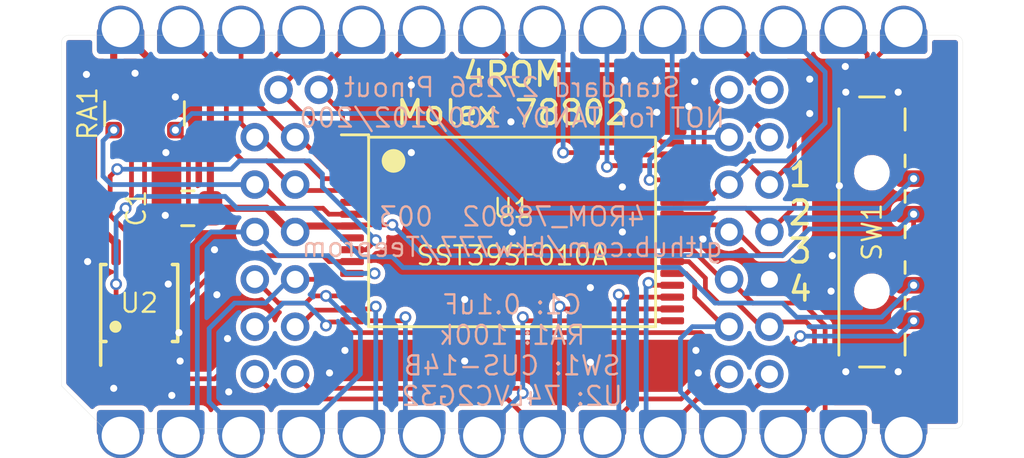
<source format=kicad_pcb>
(kicad_pcb (version 20221018) (generator pcbnew)
  (title_block (title "4ROM_78802") (date "2023-02-13") (rev "003") (company "Brian White - b.kenyon.w@gmail.com") (comment 1 "CC-BY-SA") (comment 2 "github.com/bkw777/Teeprom") (comment 3 "4-bank ROM for Molex 78805 socket with standard mask rom JEDEC pinout"))
  (layers (0 "F.Cu" signal "Top") (31 "B.Cu" signal "Bottom") (34 "B.Paste" user) (35 "F.Paste" user) (36 "B.SilkS" user "B.Silkscreen") (37 "F.SilkS" user "F.Silkscreen") (38 "B.Mask" user) (39 "F.Mask" user) (44 "Edge.Cuts" user))
  (net 0 "")
  (net 1 "/D3")
  (net 2 "/A10")
  (net 3 "/D4")
  (net 4 "/A7")
  (net 5 "/D5")
  (net 6 "/A6")
  (net 7 "/D6")
  (net 8 "/A5")
  (net 9 "/D7")
  (net 10 "/A4")
  (net 11 "/A11")
  (net 12 "/A3")
  (net 13 "/~{OE}")
  (net 14 "/A2")
  (net 15 "/A13")
  (net 16 "/A1")
  (net 17 "/A0")
  (net 18 "/A12")
  (net 19 "/D0")
  (net 20 "/A9")
  (net 21 "/D1")
  (net 22 "/A8")
  (net 23 "/D2")
  (net 24 "/~{CE}")
  (net 25 "/A14")
  (net 26 "/~{WE}")
  (net 27 "VCC")
  (net 28 "GND")
  (net 29 "/A15")
  (net 30 "/A16")
  (net 33 "Net-(RA1-Pad2)")
  (net 34 "Net-(RA1-Pad3)")
  (net 35 "Net-(RA1-Pad4)")
  (footprint "000_LOCAL:4ROM_prog_female" (layer "F.Cu") (at 147.2184 99.187)
    (fp_text reference "J2" hide)
    (fp_text value "4ROM_prog")
  )
  (footprint "000_LOCAL:Molex78802_PCB_28" (layer "F.Cu") (at 147.2184 99.187 90)
    (fp_text reference "J1" hide)
    (fp_text value "32Kx8_mask_rom_socket" hide)
    (fp_line (start -8.3 18.7) (end -8.3 -17.2) (stroke (width 0.01)) (layer "Edge.Cuts"))
    (fp_line (start -8 19) (end 8 19) (stroke (width 0.01)) (layer "Edge.Cuts"))
    (fp_line (start -6.5 -19) (end -8.3 -17.2) (stroke (width 0.01)) (layer "Edge.Cuts"))
    (fp_line (start 8 -19) (end -6.5 -19) (stroke (width 0.01)) (layer "Edge.Cuts"))
    (fp_line (start 8.3 18.7) (end 8.3 -18.7) (stroke (width 0.01)) (layer "Edge.Cuts"))
    (fp_arc (start -8 19) (mid -8.212132 18.912132) (end -8.3 18.7) (stroke (width 0.01)) (layer "Edge.Cuts"))
    (fp_arc (start 8 -19) (mid 8.212132 -18.912132) (end 8.3 -18.7) (stroke (width 0.01)) (layer "Edge.Cuts"))
    (fp_arc (start 8.3 18.7) (mid 8.212132 18.912132) (end 8 19) (stroke (width 0.01)) (layer "Edge.Cuts"))
  )
  (footprint "000_LOCAL:TSOP32-14mm" (layer "F.Cu") (at 147.2184 99.187)
    (fp_text reference "U1")
    (fp_text value "SST39SF010A")
  )
  (footprint "000_LOCAL:C_0805" (layer "F.Cu") (at 133.5434 98.187 180)
    (fp_text reference "C1")
    (fp_text value "0.1uF" hide)
  )
  (footprint "000_LOCAL:R_Array_Convex_4x0612" (layer "F.Cu") (at 131.7184 94.187 90)
    (fp_text reference "RA1")
    (fp_text value "100k" hide)
  )
  (footprint "000_LOCAL:TSSOP-8_3x3mm_P0.65mm" (layer "F.Cu") (at 131.4934 102.187 90)
    (fp_text reference "U2")
    (fp_text value "74LVC2G32")
  )
  (footprint "000_LOCAL:SW_SP4T_CUS-14B" (layer "F.Cu") (at 162.7184 99.187 -90)
    (fp_text reference "SW1")
    (fp_text value "CUS-14B")
  )
  (gr_text "C1: ${18566254-d4e8-4838-8ba4-1761ac28b418:VALUE}\nRA1: ${45921950-dbad-479f-8c52-24b5beff2496:VALUE}\nSW1: ${bfcf9d0a-e802-4656-a538-02cffbbf5627:VALUE}\nU2: ${7144d72e-1771-4838-ac20-700cd6c12f44:VALUE}" (at 147.2184 104.187) (layer "B.SilkS") (effects (font (size 0.8 0.8) (thickness 0.1)) (justify mirror)))
  (gr_text "${TITLE}  ${REVISION}\n${COMMENT2}" (at 147.2184 99.187) (layer "B.SilkS") (effects (font (size 0.8 0.8) (thickness 0.1)) (justify mirror)))
  (gr_text "Standard 27256 Pinout\nNOT for TANDY 100/102/200\n" (at 147.2184 93.726) (layer "B.SilkS") (effects (font (size 0.8 0.8) (thickness 0.1)) (justify mirror)))
  (gr_text "4ROM\nMolex 78802" (at 147.2184 93.345) (layer "F.SilkS") (effects (font (size 1 1))))
  (gr_text "1\n2\n3\n4" (at 159.3684 99.187) (layer "F.SilkS") (effects (font (size 1 1))))
  (segment (start 156.3684 99.187) (end 156.0684 98.887) (width 0.2) (layer "F.Cu") (net 1))
  (segment (start 158.6684 100.137) (end 157.6684 100.137) (width 0.2) (layer "F.Cu") (net 1))
  (segment (start 162.5934 94.187) (end 159.5684 97.212) (width 0.2) (layer "F.Cu") (net 1))
  (segment (start 157.6684 100.137) (end 156.7184 99.187) (width 0.2) (layer "F.Cu") (net 1))
  (segment (start 163.2829 91.1225) (end 162.5934 91.812) (width 0.2) (layer "F.Cu") (net 1))
  (segment (start 159.5684 99.237) (end 158.6684 100.137) (width 0.2) (layer "F.Cu") (net 1))
  (segment (start 154.0184 98.887) (end 153.9684 98.937) (width 0.2) (layer "F.Cu") (net 1))
  (segment (start 156.7184 99.187) (end 156.3684 99.187) (width 0.2) (layer "F.Cu") (net 1))
  (segment (start 159.5684 97.212) (end 159.5684 99.237) (width 0.2) (layer "F.Cu") (net 1))
  (segment (start 163.7284 91.1225) (end 163.2829 91.1225) (width 0.2) (layer "F.Cu") (net 1))
  (segment (start 156.0684 98.887) (end 154.0184 98.887) (width 0.2) (layer "F.Cu") (net 1))
  (segment (start 162.5934 91.812) (end 162.5934 94.187) (width 0.2) (layer "F.Cu") (net 1))
  (segment (start 154.8684 95.737) (end 154.8684 94.687) (width 0.2) (layer "F.Cu") (net 2))
  (segment (start 154.6684 95.937) (end 154.8684 95.737) (width 0.2) (layer "F.Cu") (net 2))
  (segment (start 151.8684 95.937) (end 153.9684 95.937) (width 0.2) (layer "F.Cu") (net 2))
  (segment (start 154.8684 94.687) (end 156.3684 93.187) (width 0.2) (layer "F.Cu") (net 2))
  (segment (start 151.7684 95.837) (end 151.8684 95.937) (width 0.2) (layer "F.Cu") (net 2))
  (segment (start 153.9684 95.937) (end 154.6684 95.937) (width 0.2) (layer "F.Cu") (net 2))
  (segment (start 149.3684 95.837) (end 151.7684 95.837) (width 0.2) (layer "F.Cu") (net 2))
  (via (at 149.3684 95.837) (size 0.5) (drill 0.3) (layers "F.Cu" "B.Cu") (net 2))
  (segment (start 149.3684 91.1225) (end 148.4884 91.1225) (width 0.2) (layer "B.Cu") (net 2))
  (segment (start 149.3684 95.837) (end 149.3684 91.1225) (width 0.2) (layer "B.Cu") (net 2))
  (segment (start 159.1184 98.137) (end 158.0684 99.187) (width 0.2) (layer "F.Cu") (net 3))
  (segment (start 157.0684 98.187) (end 155.8684 98.187) (width 0.2) (layer "F.Cu") (net 3))
  (segment (start 161.6289 91.1225) (end 162.1934 91.687) (width 0.2) (layer "F.Cu") (net 3))
  (segment (start 161.1884 91.1225) (end 161.6289 91.1225) (width 0.2) (layer "F.Cu") (net 3))
  (segment (start 159.1184 97.037) (end 159.1184 98.137) (width 0.2) (layer "F.Cu") (net 3))
  (segment (start 161.1884 90.5868) (end 161.1884 91.1225) (width 0.2) (layer "F.Cu") (net 3))
  (segment (start 155.8684 98.187) (end 155.6184 98.437) (width 0.2) (layer "F.Cu") (net 3))
  (segment (start 158.0684 99.187) (end 157.0684 98.187) (width 0.2) (layer "F.Cu") (net 3))
  (segment (start 155.6184 98.437) (end 153.9684 98.437) (width 0.2) (layer "F.Cu") (net 3))
  (segment (start 162.1934 93.962) (end 159.1184 97.037) (width 0.2) (layer "F.Cu") (net 3))
  (segment (start 162.1934 91.687) (end 162.1934 93.962) (width 0.2) (layer "F.Cu") (net 3))
  (segment (start 139.5684 101.187) (end 138.3684 101.187) (width 0.2) (layer "F.Cu") (net 4))
  (segment (start 139.7684 101.387) (end 139.5684 101.187) (width 0.2) (layer "F.Cu") (net 4))
  (segment (start 140.4684 101.437) (end 140.4184 101.387) (width 0.2) (layer "F.Cu") (net 4))
  (segment (start 140.4184 101.387) (end 139.7684 101.387) (width 0.2) (layer "F.Cu") (net 4))
  (segment (start 136.8184 102.187) (end 137.8184 101.187) (width 0.2) (layer "B.Cu") (net 4))
  (segment (start 135.3329 107.2515) (end 134.4434 106.362) (width 0.2) (layer "B.Cu") (net 4))
  (segment (start 134.4434 103.262) (end 135.5184 102.187) (width 0.2) (layer "B.Cu") (net 4))
  (segment (start 134.4434 106.362) (end 134.4434 103.262) (width 0.2) (layer "B.Cu") (net 4))
  (segment (start 135.5184 102.187) (end 136.8184 102.187) (width 0.2) (layer "B.Cu") (net 4))
  (segment (start 135.7884 107.2515) (end 135.3329 107.2515) (width 0.2) (layer "B.Cu") (net 4))
  (segment (start 137.8184 101.187) (end 138.0684 101.187) (width 0.2) (layer "B.Cu") (net 4))
  (segment (start 156.3684 97.187) (end 156.1184 97.187) (width 0.2) (layer "F.Cu") (net 5))
  (segment (start 156.1184 97.187) (end 155.3184 97.987) (width 0.2) (layer "F.Cu") (net 5))
  (segment (start 154.0184 97.987) (end 153.9684 97.937) (width 0.2) (layer "F.Cu") (net 5))
  (segment (start 155.3184 97.987) (end 154.0184 97.987) (width 0.2) (layer "F.Cu") (net 5))
  (segment (start 160.4184 92.437) (end 159.1039 91.1225) (width 0.2) (layer "B.Cu") (net 5))
  (segment (start 159.1039 91.1225) (end 158.6484 91.1225) (width 0.2) (layer "B.Cu") (net 5))
  (segment (start 160.4184 94.587) (end 160.4184 92.437) (width 0.2) (layer "B.Cu") (net 5))
  (segment (start 156.3684 97.187) (end 157.3684 96.187) (width 0.2) (layer "B.Cu") (net 5))
  (segment (start 158.8184 96.187) (end 160.4184 94.587) (width 0.2) (layer "B.Cu") (net 5))
  (segment (start 157.3684 96.187) (end 158.8184 96.187) (width 0.2) (layer "B.Cu") (net 5))
  (segment (start 139.3684 101.887) (end 138.8184 101.887) (width 0.2) (layer "F.Cu") (net 6))
  (segment (start 138.5184 102.187) (end 137.3684 102.187) (width 0.2) (layer "F.Cu") (net 6))
  (segment (start 137.3684 102.187) (end 136.3684 101.187) (width 0.2) (layer "F.Cu") (net 6))
  (segment (start 140.4184 101.887) (end 140.4684 101.937) (width 0.2) (layer "F.Cu") (net 6))
  (segment (start 139.3684 101.887) (end 140.4184 101.887) (width 0.2) (layer "F.Cu") (net 6))
  (segment (start 138.8184 101.887) (end 138.5184 102.187) (width 0.2) (layer "F.Cu") (net 6))
  (via (at 139.3684 101.887) (size 0.5) (drill 0.3) (layers "F.Cu" "B.Cu") (net 6))
  (segment (start 140.8184 103.337) (end 140.8184 105.187) (width 0.2) (layer "B.Cu") (net 6))
  (segment (start 140.8184 105.187) (end 138.7539 107.2515) (width 0.2) (layer "B.Cu") (net 6))
  (segment (start 139.3684 101.887) (end 140.8184 103.337) (width 0.2) (layer "B.Cu") (net 6))
  (segment (start 138.7539 107.2515) (end 138.3284 107.2515) (width 0.2) (layer "B.Cu") (net 6))
  (segment (start 157.5684 92.137) (end 158.4684 92.137) (width 0.2) (layer "F.Cu") (net 7))
  (segment (start 159.1184 96.137) (end 158.0684 97.187) (width 0.2) (layer "F.Cu") (net 7))
  (segment (start 159.1184 92.787) (end 159.1184 96.137) (width 0.2) (layer "F.Cu") (net 7))
  (segment (start 158.0684 97.187) (end 157.0684 96.187) (width 0.2) (layer "F.Cu") (net 7))
  (segment (start 154.6684 97.437) (end 153.9684 97.437) (width 0.2) (layer "F.Cu") (net 7))
  (segment (start 158.4684 92.137) (end 159.1184 92.787) (width 0.2) (layer "F.Cu") (net 7))
  (segment (start 155.9184 96.187) (end 154.6684 97.437) (width 0.2) (layer "F.Cu") (net 7))
  (segment (start 156.1084 91.1225) (end 156.5539 91.1225) (width 0.2) (layer "F.Cu") (net 7))
  (segment (start 156.5539 91.1225) (end 157.5684 92.137) (width 0.2) (layer "F.Cu") (net 7))
  (segment (start 157.0684 96.187) (end 155.9184 96.187) (width 0.2) (layer "F.Cu") (net 7))
  (segment (start 141.3684 102.437) (end 140.4684 102.437) (width 0.2) (layer "F.Cu") (net 8))
  (segment (start 138.9184 102.487) (end 138.2184 103.187) (width 0.2) (layer "F.Cu") (net 8))
  (segment (start 140.4684 102.437) (end 140.4184 102.487) (width 0.2) (layer "F.Cu") (net 8))
  (segment (start 140.4184 102.487) (end 138.9184 102.487) (width 0.2) (layer "F.Cu") (net 8))
  (segment (start 138.2184 103.187) (end 138.0684 103.187) (width 0.2) (layer "F.Cu") (net 8))
  (segment (start 141.4684 102.337) (end 141.3684 102.437) (width 0.2) (layer "F.Cu") (net 8))
  (via (at 141.4684 102.337) (size 0.5) (drill 0.3) (layers "F.Cu" "B.Cu") (net 8))
  (segment (start 141.4684 107.2515) (end 140.8684 107.2515) (width 0.2) (layer "B.Cu") (net 8))
  (segment (start 141.4684 102.337) (end 141.4684 107.2515) (width 0.2) (layer "B.Cu") (net 8))
  (segment (start 153.9184 96.987) (end 153.9684 96.937) (width 0.2) (layer "F.Cu") (net 9))
  (segment (start 153.0184 96.987) (end 153.9184 96.987) (width 0.2) (layer "F.Cu") (net 9))
  (via (at 153.0184 96.987) (size 0.5) (drill 0.3) (layers "F.Cu" "B.Cu") (net 9))
  (segment (start 153.0184 96.137) (end 153.9684 95.187) (width 0.2) (layer "B.Cu") (net 9))
  (segment (start 153.9684 91.1225) (end 153.5684 91.1225) (width 0.2) (layer "B.Cu") (net 9))
  (segment (start 153.9684 95.187) (end 153.9684 91.1225) (width 0.2) (layer "B.Cu") (net 9))
  (segment (start 153.9684 95.187) (end 156.3684 95.187) (width 0.2) (layer "B.Cu") (net 9))
  (segment (start 153.0184 96.987) (end 153.0184 96.137) (width 0.2) (layer "B.Cu") (net 9))
  (segment (start 142.5684 102.937) (end 142.7184 102.787) (width 0.2) (layer "F.Cu") (net 10))
  (segment (start 140.4684 102.937) (end 142.5684 102.937) (width 0.2) (layer "F.Cu") (net 10))
  (segment (start 139.3684 103.137) (end 139.5184 102.987) (width 0.2) (layer "F.Cu") (net 10))
  (segment (start 139.5184 102.987) (end 140.4184 102.987) (width 0.2) (layer "F.Cu") (net 10))
  (segment (start 140.4184 102.987) (end 140.4684 102.937) (width 0.2) (layer "F.Cu") (net 10))
  (via (at 139.3684 103.137) (size 0.5) (drill 0.3) (layers "F.Cu" "B.Cu") (net 10))
  (via (at 142.7184 102.787) (size 0.5) (drill 0.3) (layers "F.Cu" "B.Cu") (net 10))
  (segment (start 139.3684 103.037) (end 138.5184 102.187) (width 0.2) (layer "B.Cu") (net 10))
  (segment (start 142.7184 102.787) (end 142.7184 107.2515) (width 0.2) (layer "B.Cu") (net 10))
  (segment (start 139.3684 103.137) (end 139.3684 103.037) (width 0.2) (layer "B.Cu") (net 10))
  (segment (start 137.5684 102.187) (end 136.5684 103.187) (width 0.2) (layer "B.Cu") (net 10))
  (segment (start 136.5684 103.187) (end 136.3684 103.187) (width 0.2) (layer "B.Cu") (net 10))
  (segment (start 138.5184 102.187) (end 137.5684 102.187) (width 0.2) (layer "B.Cu") (net 10))
  (segment (start 142.7184 107.2515) (end 143.4084 107.2515) (width 0.2) (layer "B.Cu") (net 10))
  (segment (start 140.0684 95.437) (end 140.0684 94.187) (width 0.2) (layer "F.Cu") (net 11))
  (segment (start 142.9829 91.1225) (end 143.4084 91.1225) (width 0.2) (layer "F.Cu") (net 11))
  (segment (start 140.4684 95.437) (end 140.0684 95.437) (width 0.2) (layer "F.Cu") (net 11))
  (segment (start 140.0684 94.187) (end 139.0684 93.187) (width 0.2) (layer "F.Cu") (net 11))
  (segment (start 140.1184 92.137) (end 141.9684 92.137) (width 0.2) (layer "F.Cu") (net 11))
  (segment (start 141.9684 92.137) (end 142.9829 91.1225) (width 0.2) (layer "F.Cu") (net 11))
  (segment (start 139.0684 93.187) (end 140.1184 92.137) (width 0.2) (layer "F.Cu") (net 11))
  (segment (start 147.6684 102.787) (end 147.8184 102.937) (width 0.2) (layer "F.Cu") (net 12))
  (segment (start 147.6684 105.987) (end 147.4684 105.787) (width 0.2) (layer "F.Cu") (net 12))
  (segment (start 147.8184 102.937) (end 153.9684 102.937) (width 0.2) (layer "F.Cu") (net 12))
  (segment (start 147.4684 105.787) (end 138.6684 105.787) (width 0.2) (layer "F.Cu") (net 12))
  (segment (start 138.6684 105.787) (end 138.0684 105.187) (width 0.2) (layer "F.Cu") (net 12))
  (via (at 147.6684 105.987) (size 0.5) (drill 0.3) (layers "F.Cu" "B.Cu") (net 12))
  (via (at 147.6684 102.787) (size 0.5) (drill 0.3) (layers "F.Cu" "B.Cu") (net 12))
  (segment (start 146.4039 107.2515) (end 145.9484 107.2515) (width 0.2) (layer "B.Cu") (net 12))
  (segment (start 147.6684 102.787) (end 147.6684 105.987) (width 0.2) (layer "B.Cu") (net 12))
  (segment (start 147.6684 105.987) (end 146.4039 107.2515) (width 0.2) (layer "B.Cu") (net 12))
  (segment (start 146.377525 91.1225) (end 145.9484 91.1225) (width 0.2) (layer "F.Cu") (net 13))
  (segment (start 152.6684 92.137) (end 152.6684 94.537) (width 0.2) (layer "F.Cu") (net 13))
  (segment (start 156.7434 92.137) (end 147.392025 92.137) (width 0.2) (layer "F.Cu") (net 13))
  (segment (start 147.392025 92.137) (end 146.377525 91.1225) (width 0.2) (layer "F.Cu") (net 13))
  (segment (start 157.7934 93.187) (end 156.7434 92.137) (width 0.2) (layer "F.Cu") (net 13))
  (segment (start 153.5684 95.437) (end 153.9684 95.437) (width 0.2) (layer "F.Cu") (net 13))
  (segment (start 152.6684 94.537) (end 153.5684 95.437) (width 0.2) (layer "F.Cu") (net 13))
  (segment (start 158.0684 93.187) (end 157.7934 93.187) (width 0.2) (layer "F.Cu") (net 13))
  (segment (start 148.0329 107.2515) (end 147.0184 106.237) (width 0.2) (layer "F.Cu") (net 14))
  (segment (start 149.2184 102.337) (end 149.3184 102.437) (width 0.2) (layer "F.Cu") (net 14))
  (segment (start 149.3184 102.437) (end 153.9684 102.437) (width 0.2) (layer "F.Cu") (net 14))
  (segment (start 147.0184 106.237) (end 137.4184 106.237) (width 0.2) (layer "F.Cu") (net 14))
  (segment (start 137.4184 106.237) (end 136.3684 105.187) (width 0.2) (layer "F.Cu") (net 14))
  (segment (start 148.4884 107.2515) (end 148.0329 107.2515) (width 0.2) (layer "F.Cu") (net 14))
  (via (at 149.2184 102.337) (size 0.5) (drill 0.3) (layers "F.Cu" "B.Cu") (net 14))
  (segment (start 149.2184 107.2515) (end 148.4884 107.2515) (width 0.2) (layer "B.Cu") (net 14))
  (segment (start 149.2184 102.337) (end 149.2184 107.2515) (width 0.2) (layer "B.Cu") (net 14))
  (segment (start 136.3684 95.187) (end 135.7884 94.607) (width 0.2) (layer "F.Cu") (net 15))
  (segment (start 135.7884 94.607) (end 135.7884 91.1225) (width 0.2) (layer "F.Cu") (net 15))
  (segment (start 140.4684 96.937) (end 139.2184 96.937) (width 0.2) (layer "F.Cu") (net 15))
  (segment (start 136.6184 95.187) (end 136.3684 95.187) (width 0.2) (layer "F.Cu") (net 15))
  (segment (start 139.2184 96.937) (end 138.4684 96.187) (width 0.2) (layer "F.Cu") (net 15))
  (segment (start 137.6184 96.187) (end 136.6184 95.187) (width 0.2) (layer "F.Cu") (net 15))
  (segment (start 138.4684 96.187) (end 137.6184 96.187) (width 0.2) (layer "F.Cu") (net 15))
  (segment (start 154.7934 105.787) (end 155.7684 105.787) (width 0.2) (layer "F.Cu") (net 16))
  (segment (start 151.7184 101.837) (end 151.8184 101.937) (width 0.2) (layer "F.Cu") (net 16))
  (segment (start 151.0284 107.2515) (end 151.4539 107.2515) (width 0.2) (layer "F.Cu") (net 16))
  (segment (start 151.8184 101.937) (end 153.9684 101.937) (width 0.2) (layer "F.Cu") (net 16))
  (segment (start 151.4539 107.2515) (end 152.4684 106.237) (width 0.2) (layer "F.Cu") (net 16))
  (segment (start 155.7684 105.787) (end 156.3684 105.187) (width 0.2) (layer "F.Cu") (net 16))
  (segment (start 154.3434 106.237) (end 154.7934 105.787) (width 0.2) (layer "F.Cu") (net 16))
  (segment (start 152.4684 106.237) (end 154.3434 106.237) (width 0.2) (layer "F.Cu") (net 16))
  (via (at 151.7184 101.837) (size 0.5) (drill 0.3) (layers "F.Cu" "B.Cu") (net 16))
  (segment (start 151.7184 107.2515) (end 151.0284 107.2515) (width 0.2) (layer "B.Cu") (net 16))
  (segment (start 151.7184 101.837) (end 151.7184 107.2515) (width 0.2) (layer "B.Cu") (net 16))
  (segment (start 157.0184 106.237) (end 158.0684 105.187) (width 0.2) (layer "F.Cu") (net 17))
  (segment (start 152.9684 101.337) (end 153.0684 101.437) (width 0.2) (layer "F.Cu") (net 17))
  (segment (start 155.0184 106.237) (end 157.0184 106.237) (width 0.2) (layer "F.Cu") (net 17))
  (segment (start 153.0684 101.437) (end 153.9684 101.437) (width 0.2) (layer "F.Cu") (net 17))
  (segment (start 154.0039 107.2515) (end 155.0184 106.237) (width 0.2) (layer "F.Cu") (net 17))
  (segment (start 153.5684 107.2515) (end 154.0039 107.2515) (width 0.2) (layer "F.Cu") (net 17))
  (via (at 152.9684 101.337) (size 0.5) (drill 0.3) (layers "F.Cu" "B.Cu") (net 17))
  (segment (start 152.8684 107.2515) (end 153.5684 107.2515) (width 0.2) (layer "B.Cu") (net 17))
  (segment (start 152.9684 101.337) (end 152.8684 101.437) (width 0.2) (layer "B.Cu") (net 17))
  (segment (start 152.8684 101.437) (end 152.8684 107.2515) (width 0.2) (layer "B.Cu") (net 17))
  (segment (start 140.4684 100.937) (end 141.4184 100.937) (width 0.2) (layer "F.Cu") (net 18))
  (via (at 141.4184 100.937) (size 0.5) (drill 0.3) (layers "F.Cu" "B.Cu") (net 18))
  (segment (start 136.3684 99.187) (end 137.3684 100.187) (width 0.2) (layer "B.Cu") (net 18))
  (segment (start 133.2484 107.2515) (end 133.9434 107.2515) (width 0.2) (layer "B.Cu") (net 18))
  (segment (start 133.9434 107.2515) (end 133.9434 99.762) (width 0.2) (layer "B.Cu") (net 18))
  (segment (start 137.3684 100.187) (end 139.4684 100.187) (width 0.2) (layer "B.Cu") (net 18))
  (segment (start 133.9434 99.762) (end 134.5184 99.187) (width 0.2) (layer "B.Cu") (net 18))
  (segment (start 139.4684 100.187) (end 140.2184 100.937) (width 0.2) (layer "B.Cu") (net 18))
  (segment (start 140.2184 100.937) (end 141.4184 100.937) (width 0.2) (layer "B.Cu") (net 18))
  (segment (start 134.5184 99.187) (end 136.3684 99.187) (width 0.2) (layer "B.Cu") (net 18))
  (segment (start 154.9184 101.937) (end 154.9184 101.312) (width 0.2) (layer "F.Cu") (net 19))
  (segment (start 154.5434 100.937) (end 153.9684 100.937) (width 0.2) (layer "F.Cu") (net 19))
  (segment (start 154.9184 101.312) (end 154.5434 100.937) (width 0.2) (layer "F.Cu") (net 19))
  (segment (start 156.3684 103.187) (end 156.1684 103.187) (width 0.2) (layer "F.Cu") (net 19))
  (segment (start 156.1684 103.187) (end 154.9184 101.937) (width 0.2) (layer "F.Cu") (net 19))
  (segment (start 156.3184 103.187) (end 154.8184 103.187) (width 0.2) (layer "B.Cu") (net 19))
  (segment (start 155.2184 107.2515) (end 156.1084 107.2515) (width 0.2) (layer "B.Cu") (net 19))
  (segment (start 154.8184 103.187) (end 154.3184 103.687) (width 0.2) (layer "B.Cu") (net 19))
  (segment (start 154.3184 105.937) (end 155.2184 106.837) (width 0.2) (layer "B.Cu") (net 19))
  (segment (start 155.2184 106.837) (end 155.2184 107.2515) (width 0.2) (layer "B.Cu") (net 19))
  (segment (start 154.3184 103.687) (end 154.3184 105.937) (width 0.2) (layer "B.Cu") (net 19))
  (segment (start 140.4684 95.937) (end 139.7184 95.937) (width 0.2) (layer "F.Cu") (net 20))
  (segment (start 137.3684 93.187) (end 138.4184 92.137) (width 0.2) (layer "F.Cu") (net 20))
  (segment (start 140.4329 91.1225) (end 140.8684 91.1225) (width 0.2) (layer "F.Cu") (net 20))
  (segment (start 138.4184 92.137) (end 139.4184 92.137) (width 0.2) (layer "F.Cu") (net 20))
  (segment (start 139.2684 95.487) (end 139.2684 94.887) (width 0.2) (layer "F.Cu") (net 20))
  (segment (start 138.3684 94.187) (end 137.3684 93.187) (width 0.2) (layer "F.Cu") (net 20))
  (segment (start 139.7184 95.937) (end 139.2684 95.487) (width 0.2) (layer "F.Cu") (net 20))
  (segment (start 139.4184 92.137) (end 140.4329 91.1225) (width 0.2) (layer "F.Cu") (net 20))
  (segment (start 138.5684 94.187) (end 138.3684 94.187) (width 0.2) (layer "F.Cu") (net 20))
  (segment (start 139.2684 94.887) (end 138.5684 94.187) (width 0.2) (layer "F.Cu") (net 20))
  (segment (start 156.7184 102.187) (end 157.7184 103.187) (width 0.2) (layer "F.Cu") (net 21))
  (segment (start 153.9684 100.437) (end 154.6684 100.437) (width 0.2) (layer "F.Cu") (net 21))
  (segment (start 159.6184 102.987) (end 159.9684 103.337) (width 0.2) (layer "F.Cu") (net 21))
  (segment (start 155.3684 101.137) (end 155.3684 101.637) (width 0.2) (layer "F.Cu") (net 21))
  (segment (start 157.7184 103.187) (end 158.0684 103.187) (width 0.2) (layer "F.Cu") (net 21))
  (segment (start 159.9684 103.337) (end 159.9684 106.387) (width 0.2) (layer "F.Cu") (net 21))
  (segment (start 159.1039 107.2515) (end 158.6484 107.2515) (width 0.2) (layer "F.Cu") (net 21))
  (segment (start 158.0684 103.187) (end 158.2684 102.987) (width 0.2) (layer "F.Cu") (net 21))
  (segment (start 154.6684 100.437) (end 155.3684 101.137) (width 0.2) (layer "F.Cu") (net 21))
  (segment (start 158.2684 102.987) (end 159.6184 102.987) (width 0.2) (layer "F.Cu") (net 21))
  (segment (start 159.9684 106.387) (end 159.1039 107.2515) (width 0.2) (layer "F.Cu") (net 21))
  (segment (start 155.9184 102.187) (end 156.7184 102.187) (width 0.2) (layer "F.Cu") (net 21))
  (segment (start 155.3684 101.637) (end 155.9184 102.187) (width 0.2) (layer "F.Cu") (net 21))
  (segment (start 136.3684 92.637) (end 137.8829 91.1225) (width 0.2) (layer "F.Cu") (net 22))
  (segment (start 138.2184 95.187) (end 138.0684 95.187) (width 0.2) (layer "F.Cu") (net 22))
  (segment (start 137.8829 91.1225) (end 138.3284 91.1225) (width 0.2) (layer "F.Cu") (net 22))
  (segment (start 140.4684 96.437) (end 139.4684 96.437) (width 0.2) (layer "F.Cu") (net 22))
  (segment (start 137.8934 95.187) (end 136.3684 93.662) (width 0.2) (layer "F.Cu") (net 22))
  (segment (start 136.3684 93.662) (end 136.3684 92.637) (width 0.2) (layer "F.Cu") (net 22))
  (segment (start 138.0684 95.187) (end 137.8934 95.187) (width 0.2) (layer "F.Cu") (net 22))
  (segment (start 139.4684 96.437) (end 138.2184 95.187) (width 0.2) (layer "F.Cu") (net 22))
  (segment (start 159.4684 102.187) (end 160.4184 103.137) (width 0.2) (layer "F.Cu") (net 23))
  (segment (start 157.3684 102.187) (end 159.4684 102.187) (width 0.2) (layer "F.Cu") (net 23))
  (segment (start 153.9684 99.937) (end 154.8184 99.937) (width 0.2) (layer "F.Cu") (net 23))
  (segment (start 156.3684 101.187) (end 157.3684 102.187) (width 0.2) (layer "F.Cu") (net 23))
  (segment (start 154.8184 99.937) (end 156.0684 101.187) (width 0.2) (layer "F.Cu") (net 23))
  (segment (start 160.4184 103.137) (end 160.4184 107.2515) (width 0.2) (layer "F.Cu") (net 23))
  (segment (start 160.4184 107.2515) (end 161.1884 107.2515) (width 0.2) (layer "F.Cu") (net 23))
  (segment (start 156.0684 101.187) (end 156.3684 101.187) (width 0.2) (layer "F.Cu") (net 23))
  (segment (start 151.2184 96.437) (end 151.2684 96.387) (width 0.2) (layer "F.Cu") (net 24))
  (segment (start 153.9684 96.437) (end 154.9184 96.437) (width 0.2) (layer "F.Cu") (net 24))
  (segment (start 156.0184 94.187) (end 157.0684 94.187) (width 0.2) (layer "F.Cu") (net 24))
  (segment (start 153.9184 96.387) (end 153.9684 96.437) (width 0.2) (layer "F.Cu") (net 24))
  (segment (start 155.3184 94.887) (end 156.0184 94.187) (width 0.2) (layer "F.Cu") (net 24))
  (segment (start 151.2684 96.387) (end 153.9184 96.387) (width 0.2) (layer "F.Cu") (net 24))
  (segment (start 154.9184 96.437) (end 155.3184 96.037) (width 0.2) (layer "F.Cu") (net 24))
  (segment (start 155.3184 96.037) (end 155.3184 94.887) (width 0.2) (layer "F.Cu") (net 24))
  (segment (start 157.0684 94.187) (end 158.0684 95.187) (width 0.2) (layer "F.Cu") (net 24))
  (via (at 151.2184 96.437) (size 0.5) (drill 0.3) (layers "F.Cu" "B.Cu") (net 24))
  (segment (start 151.2184 91.3125) (end 151.0284 91.1225) (width 0.2) (layer "B.Cu") (net 24))
  (segment (start 151.2184 96.437) (end 151.2184 91.3125) (width 0.2) (layer "B.Cu") (net 24))
  (segment (start 137.8684 97.187) (end 136.8684 96.187) (width 0.2) (layer "F.Cu") (net 25))
  (segment (start 135.1684 92.587) (end 133.7039 91.1225) (width 0.2) (layer "F.Cu") (net 25))
  (segment (start 133.7039 91.1225) (end 133.2484 91.1225) (width 0.2) (layer "F.Cu") (net 25))
  (segment (start 135.1684 95.487) (end 135.1684 92.587) (width 0.2) (layer "F.Cu") (net 25))
  (segment (start 138.3184 97.437) (end 138.0684 97.187) (width 0.2) (layer "F.Cu") (net 25))
  (segment (start 140.4684 97.437) (end 138.3184 97.437) (width 0.2) (layer "F.Cu") (net 25))
  (segment (start 135.8684 96.187) (end 135.1684 95.487) (width 0.2) (layer "F.Cu") (net 25))
  (segment (start 136.8684 96.187) (end 135.8684 96.187) (width 0.2) (layer "F.Cu") (net 25))
  (segment (start 138.0684 97.187) (end 137.8684 97.187) (width 0.2) (layer "F.Cu") (net 25))
  (segment (start 137.6684 98.187) (end 136.6684 97.187) (width 0.2) (layer "F.Cu") (net 26))
  (segment (start 139.2434 98.187) (end 137.6684 98.187) (width 0.2) (layer "F.Cu") (net 26))
  (segment (start 140.4684 98.437) (end 139.4934 98.437) (width 0.2) (layer "F.Cu") (net 26))
  (segment (start 136.6684 97.187) (end 136.3684 97.187) (width 0.2) (layer "F.Cu") (net 26))
  (segment (start 139.4934 98.437) (end 139.2434 98.187) (width 0.2) (layer "F.Cu") (net 26))
  (via (at 130.4184 94.887) (size 0.5) (drill 0.3) (layers "F.Cu" "B.Cu") (net 26))
  (segment (start 129.9684 96.837) (end 130.3184 97.187) (width 0.2) (layer "B.Cu") (net 26))
  (segment (start 129.9684 95.337) (end 129.9684 96.837) (width 0.2) (layer "B.Cu") (net 26))
  (segment (start 130.4184 94.887) (end 129.9684 95.337) (width 0.2) (layer "B.Cu") (net 26))
  (segment (start 130.3184 97.187) (end 136.0684 97.187) (width 0.2) (layer "B.Cu") (net 26))
  (segment (start 131.1539 91.1225) (end 132.1684 92.137) (width 0.3) (layer "F.Cu") (net 27))
  (segment (start 130.4184 93.487) (end 130.4184 91.4125) (width 0.3) (layer "F.Cu") (net 27))
  (segment (start 130.5184 99.687) (end 129.5684 98.737) (width 0.3) (layer "F.Cu") (net 27))
  (segment (start 132.1684 92.137) (end 133.8184 92.137) (width 0.3) (layer "F.Cu") (net 27))
  (segment (start 140.4684 98.937) (end 138.3184 98.937) (width 0.3) (layer "F.Cu") (net 27))
  (segment (start 130.4184 91.4125) (end 130.7084 91.1225) (width 0.3) (layer "F.Cu") (net 27))
  (segment (start 138.3184 98.937) (end 138.0684 99.187) (width 0.3) (layer "F.Cu") (net 27))
  (segment (start 142.1684 98.887) (end 140.5184 98.887) (width 0.2) (layer "F.Cu") (net 27))
  (segment (start 140.5184 98.887) (end 140.4684 98.937) (width 0.2) (layer "F.Cu") (net 27))
  (segment (start 130.5184 100.037) (end 130.5184 99.687) (width 0.3) (layer "F.Cu") (net 27))
  (segment (start 134.4934 92.812) (end 134.4934 98.187) (width 0.3) (layer "F.Cu") (net 27))
  (segment (start 133.8184 92.137) (end 134.4934 92.812) (width 0.3) (layer "F.Cu") (net 27))
  (segment (start 129.5684 94.337) (end 130.4184 93.487) (width 0.3) (layer "F.Cu") (net 27))
  (segment (start 136.8684 98.187) (end 137.8684 99.187) (width 0.3) (layer "F.Cu") (net 27))
  (segment (start 130.7084 91.1225) (end 131.1539 91.1225) (width 0.3) (layer "F.Cu") (net 27))
  (segment (start 134.4934 98.187) (end 136.8684 98.187) (width 0.3) (layer "F.Cu") (net 27))
  (segment (start 164.1484 98.437) (end 164.1484 99.937) (width 0.2) (layer "F.Cu") (net 27))
  (segment (start 137.8684 99.187) (end 138.0684 99.187) (width 0.3) (layer "F.Cu") (net 27))
  (segment (start 129.5684 98.737) (end 129.5684 94.337) (width 0.3) (layer "F.Cu") (net 27))
  (via (at 142.1684 98.887) (size 0.5) (drill 0.3) (layers "F.Cu" "B.Cu") (net 27))
  (via (at 164.1484 98.437) (size 0.5) (drill 0.3) (layers "F.Cu" "B.Cu") (net 27))
  (segment (start 159.7454 99.06) (end 158.6184 100.187) (width 0.2) (layer "B.Cu") (net 27))
  (segment (start 164.1484 98.437) (end 163.5254 99.06) (width 0.2) (layer "B.Cu") (net 27))
  (segment (start 158.6184 100.187) (end 143.4684 100.187) (width 0.2) (layer "B.Cu") (net 27))
  (segment (start 143.4684 100.187) (end 142.1684 98.887) (width 0.2) (layer "B.Cu") (net 27))
  (segment (start 163.5254 99.06) (end 159.7454 99.06) (width 0.2) (layer "B.Cu") (net 27))
  (via (at 151.9684 92.787) (size 0.5) (drill 0.3) (layers "F.Cu" "B.Cu") (net 28))
  (via (at 129.3184 100.437) (size 0.5) (drill 0.3) (layers "F.Cu" "B.Cu") (net 28))
  (via (at 142.9684 95.837) (size 0.5) (drill 0.3) (layers "F.Cu" "B.Cu") (net 28))
  (via (at 130.4184 105.787) (size 0.5) (drill 0.3) (layers "F.Cu" "B.Cu") (net 28))
  (via (at 134.7684 101.837) (size 0.5) (drill 0.3) (layers "F.Cu" "B.Cu") (net 28))
  (via (at 155.2684 99.487) (size 0.5) (drill 0.3) (layers "F.Cu" "B.Cu") (net 28))
  (via (at 160.7184 100.187) (size 0.5) (drill 0.3) (layers "F.Cu" "B.Cu") (net 28))
  (via (at 131.3184 92.487) (size 0.5) (drill 0.3) (layers "F.Cu" "B.Cu") (net 28))
  (via (at 147.1684 94.537) (size 0.5) (drill 0.3) (layers "F.Cu" "B.Cu") (net 28))
  (via (at 133.0184 93.487) (size 0.5) (drill 0.3) (layers "F.Cu" "B.Cu") (net 28))
  (via (at 163.4984 105.087) (size 0.5) (drill 0.3) (layers "F.Cu" "B.Cu") (net 28))
  (via (at 150.5184 104.687) (size 0.5) (drill 0.3) (layers "F.Cu" "B.Cu") (net 28))
  (via (at 132.8684 106.087) (size 0.5) (drill 0.3) (layers "F.Cu" "B.Cu") (net 28))
  (via (at 132.7184 101.387) (size 0.5) (drill 0.3) (layers "F.Cu" "B.Cu") (net 28))
  (via (at 133.2184 104.637) (size 0.5) (drill 0.3) (layers "F.Cu" "B.Cu") (net 28))
  (via (at 155.0684 105.137) (size 0.5) (drill 0.3) (layers "F.Cu" "B.Cu") (net 28))
  (via (at 135.2184 103.687) (size 0.5) (drill 0.3) (layers "F.Cu" "B.Cu") (net 28))
  (via (at 153.3184 92.787) (size 0.5) (drill 0.3) (layers "F.Cu" "B.Cu") (net 28))
  (via (at 132.6184 95.837) (size 0.5) (drill 0.3) (layers "F.Cu" "B.Cu") (net 28))
  (via (at 135.2684 105.937) (size 0.5) (drill 0.3) (layers "F.Cu" "B.Cu") (net 28))
  (via (at 153.3184 94.137) (size 0.5) (drill 0.3) (layers "F.Cu" "B.Cu") (net 28))
  (via (at 160.6684 101.687) (size 0.5) (drill 0.3) (layers "F.Cu" "B.Cu") (net 28))
  (via (at 159.7684 92.737) (size 0.5) (drill 0.3) (layers "F.Cu" "B.Cu") (net 28))
  (via (at 139.5184 105.137) (size 0.5) (drill 0.3) (layers "F.Cu" "B.Cu") (net 28))
  (via (at 161.2684 92.202) (size 0.5) (drill 0.3) (layers "F.Cu" "B.Cu") (net 28))
  (via (at 145.2184 104.637) (size 0.5) (drill 0.3) (layers "F.Cu" "B.Cu") (net 28))
  (via (at 151.8684 99.187) (size 0.5) (drill 0.3) (layers "F.Cu" "B.Cu") (net 28))
  (via (at 132.5934 98.487) (size 0.5) (drill 0.3) (layers "F.Cu" "B.Cu") (net 28))
  (via (at 163.4984 93.287) (size 0.5) (drill 0.3) (layers "F.Cu" "B.Cu") (net 28))
  (via (at 154.9684 104.187) (size 0.5) (drill 0.3) (layers "F.Cu" "B.Cu") (net 28))
  (via (at 133.1684 103.437) (size 0.5) (drill 0.3) (layers "F.Cu" "B.Cu") (net 28))
  (via (at 154.9184 92.837) (size 0.5) (drill 0.3) (layers "F.Cu" "B.Cu") (net 28))
  (via (at 145.2184 102.037) (size 0.5) (drill 0.3) (layers "F.Cu" "B.Cu") (net 28))
  (via (at 154.6684 93.887) (size 0.5) (drill 0.3) (layers "F.Cu" "B.Cu") (net 28))
  (via (at 142.9684 92.987) (size 0.5) (drill 0.3) (layers "F.Cu" "B.Cu") (net 28))
  (via (at 140.1684 104.187) (size 0.5) (drill 0.3) (layers "F.Cu" "B.Cu") (net 28))
  (via (at 147.2184 99.187) (size 0.5) (drill 0.3) (layers "F.Cu" "B.Cu") (net 28))
  (via (at 161.0184 97.237) (size 0.5) (drill 0.3) (layers "F.Cu" "B.Cu") (net 28))
  (via (at 161.2884 105.087) (size 0.5) (drill 0.3) (layers "F.Cu" "B.Cu") (net 28))
  (via (at 151.9684 94.137) (size 0.5) (drill 0.3) (layers "F.Cu" "B.Cu") (net 28))
  (via (at 134.6684 99.937) (size 0.5) (drill 0.3) (layers "F.Cu" "B.Cu") (net 28))
  (via (at 129.2684 92.537) (size 0.5) (drill 0.3) (layers "F.Cu" "B.Cu") (net 28))
  (via (at 150.5184 101.537) (size 0.5) (drill 0.3) (layers "F.Cu" "B.Cu") (net 28))
  (via (at 159.7684 94.187) (size 0.5) (drill 0.3) (layers "F.Cu" "B.Cu") (net 28))
  (via (at 151.8684 97.287) (size 0.5) (drill 0.3) (layers "F.Cu" "B.Cu") (net 28))
  (via (at 161.2884 93.287) (size 0.5) (drill 0.3) (layers "F.Cu" "B.Cu") (net 28))
  (segment (start 139.49965 100.437) (end 139.24965 100.187) (width 0.2) (layer "F.Cu") (net 29))
  (segment (start 140.4684 100.437) (end 139.49965 100.437) (width 0.2) (layer "F.Cu") (net 29))
  (segment (start 135.3184 100.187) (end 131.9184 103.587) (width 0.2) (layer "F.Cu") (net 29))
  (segment (start 139.24965 100.187) (end 135.3184 100.187) (width 0.2) (layer "F.Cu") (net 29))
  (segment (start 131.9184 104.237) (end 131.8184 104.337) (width 0.2) (layer "F.Cu") (net 29))
  (segment (start 131.9184 103.587) (end 131.9184 104.237) (width 0.2) (layer "F.Cu") (net 29))
  (segment (start 141.4684 99.537) (end 141.0684 99.937) (width 0.2) (layer "F.Cu") (net 30))
  (segment (start 141.0684 99.937) (end 140.4684 99.937) (width 0.2) (layer "F.Cu") (net 30))
  (segment (start 131.0684 99.937) (end 131.1684 100.037) (width 0.2) (layer "F.Cu") (net 30))
  (segment (start 130.2684 96.837) (end 130.2684 98.487) (width 0.2) (layer "F.Cu") (net 30))
  (segment (start 130.2684 98.487) (end 131.0684 99.287) (width 0.2) (layer "F.Cu") (net 30))
  (segment (start 131.0684 99.287) (end 131.0684 99.937) (width 0.2) (layer "F.Cu") (net 30))
  (segment (start 130.5684 96.537) (end 130.2684 96.837) (width 0.2) (layer "F.Cu") (net 30))
  (via (at 130.5684 96.537) (size 0.5) (drill 0.3) (layers "F.Cu" "B.Cu") (net 30))
  (via (at 141.4684 99.537) (size 0.5) (drill 0.3) (layers "F.Cu" "B.Cu") (net 30))
  (segment (start 139.2184 97.287) (end 141.4684 99.537) (width 0.2) (layer "B.Cu") (net 30))
  (segment (start 135.7184 96.187) (end 138.6684 96.187) (width 0.2) (layer "B.Cu") (net 30))
  (segment (start 138.6684 96.187) (end 139.2184 96.737) (width 0.2) (layer "B.Cu") (net 30))
  (segment (start 139.2184 96.737) (end 139.2184 97.287) (width 0.2) (layer "B.Cu") (net 30))
  (segment (start 130.5684 96.537) (end 135.3684 96.537) (width 0.2) (layer "B.Cu") (net 30))
  (segment (start 135.3684 96.537) (end 135.7184 96.187) (width 0.2) (layer "B.Cu") (net 30))
  (segment (start 131.1684 97.937) (end 131.1684 95.037) (width 0.2) (layer "F.Cu") (net 33))
  (segment (start 130.5184 101.387) (end 130.5184 104.337) (width 0.2) (layer "F.Cu") (net 33))
  (segment (start 130.9184 98.187) (end 131.1684 97.937) (width 0.2) (layer "F.Cu") (net 33))
  (segment (start 131.1684 95.037) (end 131.3184 94.887) (width 0.2) (layer "F.Cu") (net 33))
  (via (at 130.5184 101.387) (size 0.5) (drill 0.3) (layers "F.Cu" "B.Cu") (net 33))
  (via (at 164.1484 101.437) (size 0.5) (drill 0.3) (layers "F.Cu" "B.Cu") (net 33))
  (via (at 130.9184 98.187) (size 0.5) (drill 0.3) (layers "F.Cu" "B.Cu") (net 33))
  (segment (start 131.4184 97.687) (end 135.1184 97.687) (width 0.2) (layer "B.Cu") (net 33))
  (segment (start 130.5184 98.587) (end 130.9184 98.187) (width 0.2) (layer "B.Cu") (net 33))
  (segment (start 135.1184 97.687) (end 135.6184 98.187) (width 0.2) (layer "B.Cu") (net 33))
  (segment (start 138.7934 98.187) (end 140.8434 100.237) (width 0.2) (layer "B.Cu") (net 33))
  (segment (start 162.7984 102.787) (end 164.1484 101.437) (width 0.2) (layer "B.Cu") (net 33))
  (segment (start 140.8434 100.237) (end 142.1684 100.237) (width 0.2) (layer "B.Cu") (net 33))
  (segment (start 159.2184 102.787) (end 162.7984 102.787) (width 0.2) (layer "B.Cu") (net 33))
  (segment (start 130.5184 101.387) (end 130.5184 98.587) (width 0.2) (layer "B.Cu") (net 33))
  (segment (start 158.6184 102.187) (end 159.2184 102.787) (width 0.2) (layer "B.Cu") (net 33))
  (segment (start 154.2684 100.687) (end 155.7684 102.187) (width 0.2) (layer "B.Cu") (net 33))
  (segment (start 142.6184 100.687) (end 154.2684 100.687) (width 0.2) (layer "B.Cu") (net 33))
  (segment (start 142.1684 100.237) (end 142.6184 100.687) (width 0.2) (layer "B.Cu") (net 33))
  (segment (start 130.9184 98.187) (end 131.4184 97.687) (width 0.2) (layer "B.Cu") (net 33))
  (segment (start 135.6184 98.187) (end 138.7934 98.187) (width 0.2) (layer "B.Cu") (net 33))
  (segment (start 155.7684 102.187) (end 158.6184 102.187) (width 0.2) (layer "B.Cu") (net 33))
  (segment (start 158.7684 104.187) (end 155.9184 104.187) (width 0.2) (layer "F.Cu") (net 34))
  (segment (start 131.1684 102.437) (end 131.8184 101.787) (width 0.2) (layer "F.Cu") (net 34))
  (segment (start 134.6684 105.387) (end 131.4684 105.387) (width 0.2) (layer "F.Cu") (net 34))
  (segment (start 135.8684 104.187) (end 134.6684 105.387) (width 0.2) (layer "F.Cu") (net 34))
  (segment (start 131.1684 105.087) (end 131.1684 104.337) (width 0.2) (layer "F.Cu") (net 34))
  (segment (start 155.9184 104.187) (end 155.1684 103.437) (width 0.2) (layer "F.Cu") (net 34))
  (segment (start 139.9684 103.437) (end 139.2184 104.187) (width 0.2) (layer "F.Cu") (net 34))
  (segment (start 131.9684 95.362) (end 131.9684 95.037) (width 0.2) (layer "F.Cu") (net 34))
  (segment (start 131.7184 95.612) (end 131.9684 95.362) (width 0.2) (layer "F.Cu") (net 34))
  (segment (start 131.4684 105.387) (end 131.1684 105.087) (width 0.2) (layer "F.Cu") (net 34))
  (segment (start 131.9684 95.037) (end 132.1184 94.887) (width 0.2) (layer "F.Cu") (net 34))
  (segment (start 155.1684 103.437) (end 139.9684 103.437) (width 0.2) (layer "F.Cu") (net 34))
  (segment (start 131.8184 101.787) (end 131.8184 100.037) (width 0.2) (layer "F.Cu") (net 34))
  (segment (start 139.2184 104.187) (end 135.8684 104.187) (width 0.2) (layer "F.Cu") (net 34))
  (segment (start 159.3684 103.587) (end 158.7684 104.187) (width 0.2) (layer "F.Cu") (net 34))
  (segment (start 131.8184 100.037) (end 131.7184 99.937) (width 0.2) (layer "F.Cu") (net 34))
  (segment (start 131.7184 99.937) (end 131.7184 95.612) (width 0.2) (layer "F.Cu") (net 34))
  (segment (start 131.1684 104.337) (end 131.1684 102.437) (width 0.2) (layer "F.Cu") (net 34))
  (via (at 159.3684 103.587) (size 0.5) (drill 0.3) (layers "F.Cu" "B.Cu") (net 34))
  (via (at 164.1484 102.937) (size 0.5) (drill 0.3) (layers "F.Cu" "B.Cu") (net 34))
  (segment (start 163.4984 103.587) (end 164.1484 102.937) (width 0.2) (layer "B.Cu") (net 34))
  (segment (start 159.3684 103.587) (end 163.4984 103.587) (width 0.2) (layer "B.Cu") (net 34))
  (segment (start 133.5684 99.337) (end 133.3184 99.587) (width 0.2) (layer "F.Cu") (net 35))
  (segment (start 133.0184 94.887) (end 133.5684 95.437) (width 0.2) (layer "F.Cu") (net 35))
  (segment (start 132.4684 99.587) (end 132.4684 100.037) (width 0.2) (layer "F.Cu") (net 35))
  (segment (start 133.3184 99.587) (end 132.4684 99.587) (width 0.2) (layer "F.Cu") (net 35))
  (segment (start 133.5684 95.437) (end 133.5684 99.337) (width 0.2) (layer "F.Cu") (net 35))
  (via (at 133.0184 94.887) (size 0.5) (drill 0.3) (layers "F.Cu" "B.Cu") (net 35))
  (via (at 164.1484 96.937) (size 0.5) (drill 0.3) (layers "F.Cu" "B.Cu") (net 35))
  (segment (start 133.7184 94.187) (end 143.7184 94.187) (width 0.2) (layer "B.Cu") (net 35))
  (segment (start 133.0184 94.887) (end 133.7184 94.187) (width 0.2) (layer "B.Cu") (net 35))
  (segment (start 143.7184 94.187) (end 147.7184 98.187) (width 0.2) (layer "B.Cu") (net 35))
  (segment (start 147.7184 98.187) (end 162.8984 98.187) (width 0.2) (layer "B.Cu") (net 35))
  (segment (start 162.8984 98.187) (end 164.1484 96.937) (width 0.2) (layer "B.Cu") (net 35))
  (zone (net 28) (net_name "GND") (layer "F.Cu") (connect_pads yes (clearance 0.2)) (min_thickness 0.18) (fill yes (thermal_gap 0.2) (thermal_bridge_width 0.3) (smoothing fillet) (radius 0.1))
    (polygon (pts (xy 166.2184 90.887) (xy 166.2184 107.487) (xy 128.2184 107.487) (xy 128.2184 90.887)))
  )
  (zone (net 28) (net_name "GND") (layer "B.Cu") (connect_pads yes (clearance 0.2)) (min_thickness 0.18) (fill yes (thermal_gap 0.2) (thermal_bridge_width 0.3) (smoothing fillet) (radius 0.1))
    (polygon (pts (xy 166.2184 90.887) (xy 166.2184 107.487) (xy 128.2184 107.487) (xy 128.2184 90.887)))
  )
)
</source>
